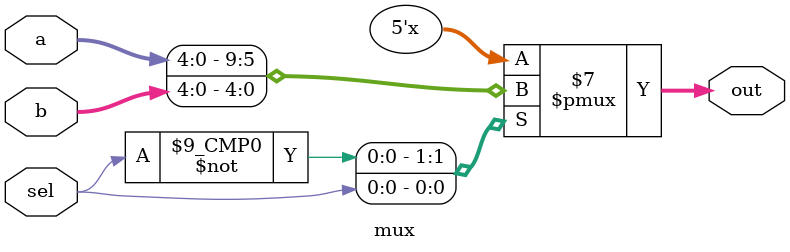
<source format=v>
module mux( 
input [4:0] a, b,
input sel,
output [4:0] out );
// When sel=0, assign a to out. 
// When sel=1, assign b to out.
reg [4:0] out_min;
always @( sel or a or b )
case( sel )
	0: out = a;
	1: out = b;
endcase
always @( sel or out )
case( sel )
	0: out_min = out;
	1: out_min = {~out[4], out[3:0]};
endcase
endmodule

</source>
